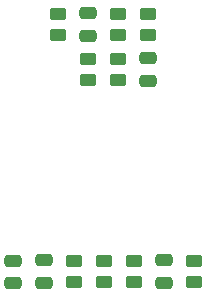
<source format=gbr>
%TF.GenerationSoftware,KiCad,Pcbnew,7.0.6*%
%TF.CreationDate,2023-11-19T20:23:39+09:00*%
%TF.ProjectId,PowerSupply_20230505,506f7765-7253-4757-9070-6c795f323032,rev?*%
%TF.SameCoordinates,Original*%
%TF.FileFunction,Paste,Bot*%
%TF.FilePolarity,Positive*%
%FSLAX46Y46*%
G04 Gerber Fmt 4.6, Leading zero omitted, Abs format (unit mm)*
G04 Created by KiCad (PCBNEW 7.0.6) date 2023-11-19 20:23:39*
%MOMM*%
%LPD*%
G01*
G04 APERTURE LIST*
G04 Aperture macros list*
%AMRoundRect*
0 Rectangle with rounded corners*
0 $1 Rounding radius*
0 $2 $3 $4 $5 $6 $7 $8 $9 X,Y pos of 4 corners*
0 Add a 4 corners polygon primitive as box body*
4,1,4,$2,$3,$4,$5,$6,$7,$8,$9,$2,$3,0*
0 Add four circle primitives for the rounded corners*
1,1,$1+$1,$2,$3*
1,1,$1+$1,$4,$5*
1,1,$1+$1,$6,$7*
1,1,$1+$1,$8,$9*
0 Add four rect primitives between the rounded corners*
20,1,$1+$1,$2,$3,$4,$5,0*
20,1,$1+$1,$4,$5,$6,$7,0*
20,1,$1+$1,$6,$7,$8,$9,0*
20,1,$1+$1,$8,$9,$2,$3,0*%
G04 Aperture macros list end*
%ADD10RoundRect,0.250000X-0.475000X0.250000X-0.475000X-0.250000X0.475000X-0.250000X0.475000X0.250000X0*%
%ADD11RoundRect,0.250000X0.450000X-0.262500X0.450000X0.262500X-0.450000X0.262500X-0.450000X-0.262500X0*%
%ADD12RoundRect,0.250000X-0.450000X0.262500X-0.450000X-0.262500X0.450000X-0.262500X0.450000X0.262500X0*%
G04 APERTURE END LIST*
D10*
%TO.C,C5*%
X83830000Y-115245000D03*
X83830000Y-117145000D03*
%TD*%
D11*
%TO.C,R7*%
X80010000Y-96162500D03*
X80010000Y-94337500D03*
%TD*%
D10*
%TO.C,C4*%
X71120000Y-115255000D03*
X71120000Y-117155000D03*
%TD*%
%TO.C,C3*%
X73670000Y-115245000D03*
X73670000Y-117145000D03*
%TD*%
D12*
%TO.C,R8*%
X77470000Y-98147500D03*
X77470000Y-99972500D03*
%TD*%
%TO.C,R4*%
X80010000Y-98147500D03*
X80010000Y-99972500D03*
%TD*%
D10*
%TO.C,C2*%
X82550000Y-98110000D03*
X82550000Y-100010000D03*
%TD*%
D11*
%TO.C,R1*%
X86370000Y-117107500D03*
X86370000Y-115282500D03*
%TD*%
%TO.C,R2*%
X81290000Y-117107500D03*
X81290000Y-115282500D03*
%TD*%
%TO.C,R3*%
X76210000Y-117107500D03*
X76210000Y-115282500D03*
%TD*%
D10*
%TO.C,C1*%
X77470000Y-94300000D03*
X77470000Y-96200000D03*
%TD*%
D12*
%TO.C,R9*%
X78750000Y-115282500D03*
X78750000Y-117107500D03*
%TD*%
D11*
%TO.C,R5*%
X74930000Y-96162500D03*
X74930000Y-94337500D03*
%TD*%
D12*
%TO.C,R6*%
X82550000Y-94337500D03*
X82550000Y-96162500D03*
%TD*%
M02*

</source>
